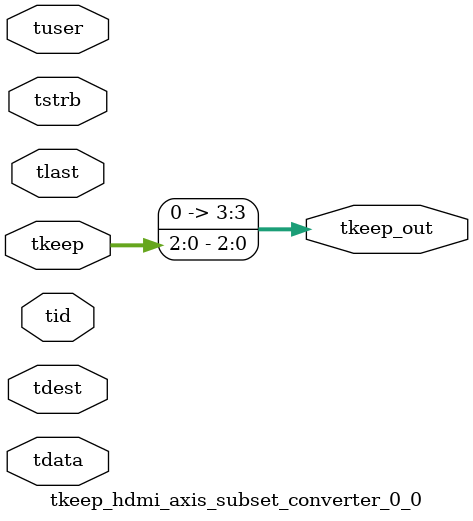
<source format=v>


`timescale 1ps/1ps

module tkeep_hdmi_axis_subset_converter_0_0 #
(
parameter C_S_AXIS_TDATA_WIDTH = 32,
parameter C_S_AXIS_TUSER_WIDTH = 0,
parameter C_S_AXIS_TID_WIDTH   = 0,
parameter C_S_AXIS_TDEST_WIDTH = 0,
parameter C_M_AXIS_TDATA_WIDTH = 32
)
(
input  [(C_S_AXIS_TDATA_WIDTH == 0 ? 1 : C_S_AXIS_TDATA_WIDTH)-1:0     ] tdata,
input  [(C_S_AXIS_TUSER_WIDTH == 0 ? 1 : C_S_AXIS_TUSER_WIDTH)-1:0     ] tuser,
input  [(C_S_AXIS_TID_WIDTH   == 0 ? 1 : C_S_AXIS_TID_WIDTH)-1:0       ] tid,
input  [(C_S_AXIS_TDEST_WIDTH == 0 ? 1 : C_S_AXIS_TDEST_WIDTH)-1:0     ] tdest,
input  [(C_S_AXIS_TDATA_WIDTH/8)-1:0 ] tkeep,
input  [(C_S_AXIS_TDATA_WIDTH/8)-1:0 ] tstrb,
input                                                                    tlast,
output [(C_M_AXIS_TDATA_WIDTH/8)-1:0 ] tkeep_out
);

assign tkeep_out = {tkeep[2:0]};

endmodule


</source>
